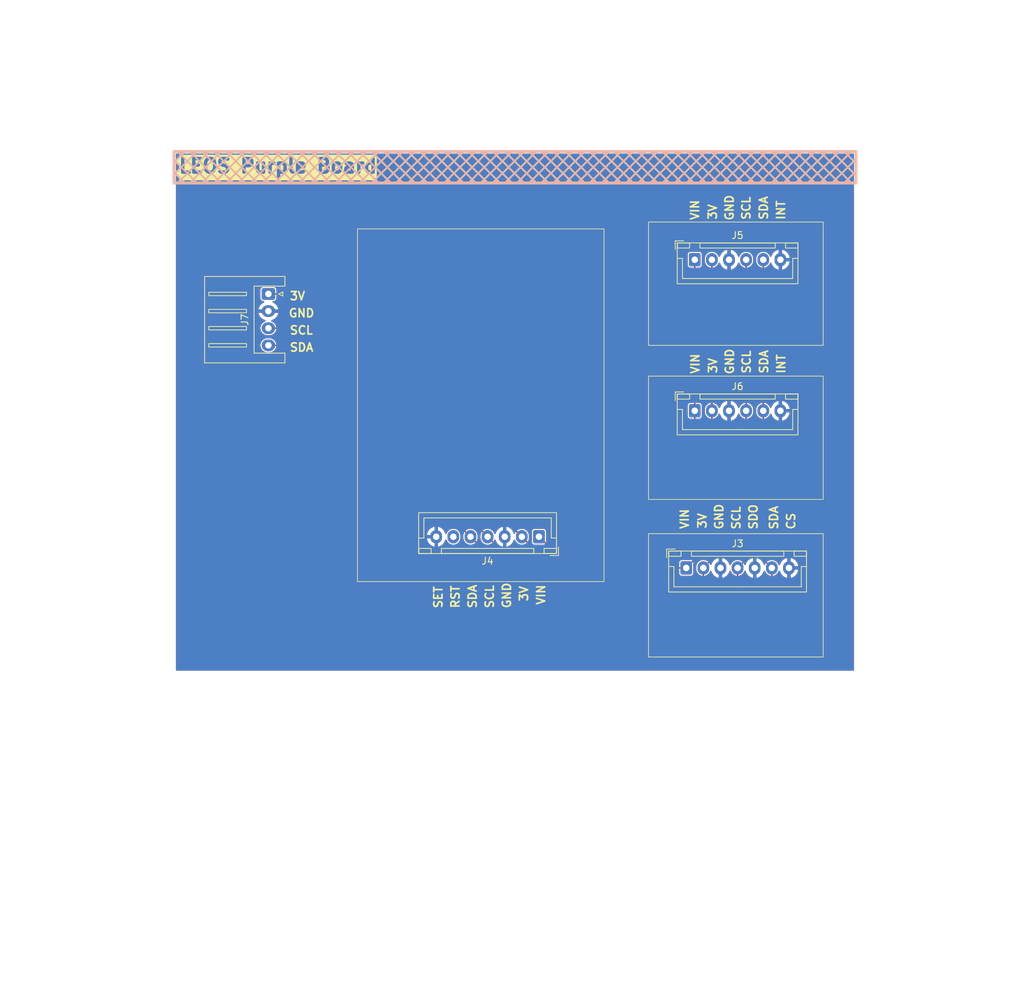
<source format=kicad_pcb>
(kicad_pcb (version 20241229) (generator "pcbnew") (generator_version "9.0")
  (title_block (title "LEOS Stack Template") (date "2025-09-26") (rev "2") (company "Lightning From The Edge of Space"))
  (layers (0 "F.Cu" signal) (2 "B.Cu" signal) (13 "F.Paste" user) (15 "B.Paste" user) (5 "F.SilkS" user "F.Silkscreen") (7 "B.SilkS" user "B.Silkscreen") (1 "F.Mask" user) (3 "B.Mask" user) (25 "Edge.Cuts" user))
  (net 0 "")
  (net 1 "Net-(J3-Pin_4)")
  (net 2 "GND")
  (net 3 "+3.3V")
  (net 4 "Net-(J3-Pin_1)")
  (net 5 "Net-(J3-Pin_6)")
  (footprint "Connector_JST:JST_XH_S4B-XH-A_1x04_P2.50mm_Horizontal" (layer "F.Cu") (at 114 71 -90)
    (property "Reference" "J7" (at 3.75 3.445 270) (layer "F.SilkS"))
    (property "Value" "Conn_01x04_Pin")
    (fp_line (start -2.56 9.31) (end -2.56 -2.41) (stroke (width 0.12)) (layer "F.SilkS"))
    (fp_line (start 3.75 9.31) (end -2.56 9.31) (stroke (width 0.12)) (layer "F.SilkS"))
    (fp_line (start 3.75 9.31) (end 10.06 9.31) (stroke (width 0.12)) (layer "F.SilkS"))
    (fp_line (start 10.06 9.31) (end 10.06 -2.41) (stroke (width 0.12)) (layer "F.SilkS"))
    (fp_line (start -1.14 2.09) (end 3.75 2.09) (stroke (width 0.12)) (layer "F.SilkS"))
    (fp_line (start 8.64 2.09) (end 3.75 2.09) (stroke (width 0.12)) (layer "F.SilkS"))
    (fp_line (start 0 -1.5) (end -0.3 -2.1) (stroke (width 0.12)) (layer "F.SilkS"))
    (fp_line (start -0.3 -2.1) (end 0.3 -2.1) (stroke (width 0.12)) (layer "F.SilkS"))
    (fp_line (start 0.3 -2.1) (end 0 -1.5) (stroke (width 0.12)) (layer "F.SilkS"))
    (fp_line (start -2.56 -2.41) (end -1.14 -2.41) (stroke (width 0.12)) (layer "F.SilkS"))
    (fp_line (start -1.14 -2.41) (end -1.14 2.09) (stroke (width 0.12)) (layer "F.SilkS"))
    (fp_line (start 8.64 -2.41) (end 8.64 2.09) (stroke (width 0.12)) (layer "F.SilkS"))
    (fp_line (start 10.06 -2.41) (end 8.64 -2.41) (stroke (width 0.12)) (layer "F.SilkS"))
    (fp_rect (start -0.25 3.2) (end 0.25 8.7) (stroke (width 0.12)) (fill no) (layer "F.SilkS"))
    (fp_rect (start 2.25 3.2) (end 2.75 8.7) (stroke (width 0.12)) (fill no) (layer "F.SilkS"))
    (fp_rect (start 4.75 3.2) (end 5.25 8.7) (stroke (width 0.12)) (fill no) (layer "F.SilkS"))
    (fp_rect (start 7.25 3.2) (end 7.75 8.7) (stroke (width 0.12)) (fill no) (layer "F.SilkS"))
    (pad "1" thru_hole roundrect (at 0 0 270) (size 1.7 1.95) (drill 0.95) (layers "*.Cu" "*.Mask") (roundrect_rratio 0.147059) (net 3 "+3.3V"))
    (pad "2" thru_hole oval (at 2.5 0 270) (size 1.7 1.95) (drill 0.95) (layers "*.Cu" "*.Mask") (net 2 "GND"))
    (pad "3" thru_hole oval (at 5 0 270) (size 1.7 1.95) (drill 0.95) (layers "*.Cu" "*.Mask") (net 1 "Net-(J3-Pin_4)"))
    (pad "4" thru_hole oval (at 7.5 0 270) (size 1.7 1.95) (drill 0.95) (layers "*.Cu" "*.Mask") (net 5 "Net-(J3-Pin_6)"))
  )
  (footprint "Connector_JST:JST_XH_B7B-XH-A_1x07_P2.50mm_Vertical" (layer "F.Cu") (at 175 111)
    (property "Reference" "J3" (at 7.5 -3.55 0) (layer "F.SilkS"))
    (property "Value" "Conn_01x07_Socket")
    (fp_line (start -2.85 -2.75) (end -2.85 -1.5) (stroke (width 0.12)) (layer "F.SilkS"))
    (fp_line (start -2.55 -0.2) (end -1.8 -0.2) (stroke (width 0.12)) (layer "F.SilkS"))
    (fp_line (start -1.8 -0.2) (end -1.8 2.75) (stroke (width 0.12)) (layer "F.SilkS"))
    (fp_line (start -1.8 2.75) (end 7.5 2.75) (stroke (width 0.12)) (layer "F.SilkS"))
    (fp_line (start -1.6 -2.75) (end -2.85 -2.75) (stroke (width 0.12)) (layer "F.SilkS"))
    (fp_line (start 16.8 -0.2) (end 16.8 2.75) (stroke (width 0.12)) (layer "F.SilkS"))
    (fp_line (start 16.8 2.75) (end 7.5 2.75) (stroke (width 0.12)) (layer "F.SilkS"))
    (fp_line (start 17.55 -0.2) (end 16.8 -0.2) (stroke (width 0.12)) (layer "F.SilkS"))
    (fp_rect (start -2.56 -2.46) (end 17.56 3.51) (stroke (width 0.12)) (fill no) (layer "F.SilkS"))
    (fp_rect (start -2.55 -2.45) (end -0.75 -1.7) (stroke (width 0.12)) (fill no) (layer "F.SilkS"))
    (fp_rect (start 0.75 -2.45) (end 14.25 -1.7) (stroke (width 0.12)) (fill no) (layer "F.SilkS"))
    (fp_rect (start 15.75 -2.45) (end 17.55 -1.7) (stroke (width 0.12)) (fill no) (layer "F.SilkS"))
    (pad "1" thru_hole roundrect (at 0 0) (size 1.7 1.95) (drill 0.95) (layers "*.Cu" "*.Mask") (roundrect_rratio 0.147059) (net 4 "Net-(J3-Pin_1)"))
    (pad "2" thru_hole oval (at 2.5 0) (size 1.7 1.95) (drill 0.95) (layers "*.Cu" "*.Mask") (net 3 "+3.3V"))
    (pad "3" thru_hole oval (at 5 0) (size 1.7 1.95) (drill 0.95) (layers "*.Cu" "*.Mask") (net 2 "GND"))
    (pad "4" thru_hole oval (at 7.5 0) (size 1.7 1.95) (drill 0.95) (layers "*.Cu" "*.Mask") (net 1 "Net-(J3-Pin_4)"))
    (pad "5" thru_hole oval (at 10 0) (size 1.7 1.95) (drill 0.95) (layers "*.Cu" "*.Mask") (net 2 "GND"))
    (pad "6" thru_hole oval (at 12.5 0) (size 1.7 1.95) (drill 0.95) (layers "*.Cu" "*.Mask") (net 5 "Net-(J3-Pin_6)"))
    (pad "7" thru_hole oval (at 15 0) (size 1.7 1.95) (drill 0.95) (layers "*.Cu" "*.Mask") (net 2 "GND"))
  )
  (footprint "Connector_JST:JST_XH_B6B-XH-A_1x06_P2.50mm_Vertical" (layer "F.Cu") (at 176.25 66)
    (property "Reference" "J5" (at 6.25 -3.55 0) (layer "F.SilkS"))
    (property "Value" "Conn_01x06_Socket")
    (fp_line (start -2.85 -2.75) (end -2.85 -1.5) (stroke (width 0.12)) (layer "F.SilkS"))
    (fp_line (start -2.55 -0.2) (end -1.8 -0.2) (stroke (width 0.12)) (layer "F.SilkS"))
    (fp_line (start -1.8 -0.2) (end -1.8 2.75) (stroke (width 0.12)) (layer "F.SilkS"))
    (fp_line (start -1.8 2.75) (end 6.25 2.75) (stroke (width 0.12)) (layer "F.SilkS"))
    (fp_line (start -1.6 -2.75) (end -2.85 -2.75) (stroke (width 0.12)) (layer "F.SilkS"))
    (fp_line (start 14.3 -0.2) (end 14.3 2.75) (stroke (width 0.12)) (layer "F.SilkS"))
    (fp_line (start 14.3 2.75) (end 6.25 2.75) (stroke (width 0.12)) (layer "F.SilkS"))
    (fp_line (start 15.05 -0.2) (end 14.3 -0.2) (stroke (width 0.12)) (layer "F.SilkS"))
    (fp_rect (start -2.56 -2.46) (end 15.06 3.51) (stroke (width 0.12)) (fill no) (layer "F.SilkS"))
    (fp_rect (start -2.55 -2.45) (end -0.75 -1.7) (stroke (width 0.12)) (fill no) (layer "F.SilkS"))
    (fp_rect (start 0.75 -2.45) (end 11.75 -1.7) (stroke (width 0.12)) (fill no) (layer "F.SilkS"))
    (fp_rect (start 13.25 -2.45) (end 15.05 -1.7) (stroke (width 0.12)) (fill no) (layer "F.SilkS"))
    (pad "1" thru_hole roundrect (at 0 0) (size 1.7 1.95) (drill 0.95) (layers "*.Cu" "*.Mask") (roundrect_rratio 0.147059) (net 4 "Net-(J3-Pin_1)"))
    (pad "2" thru_hole oval (at 2.5 0) (size 1.7 1.95) (drill 0.95) (layers "*.Cu" "*.Mask") (net 3 "+3.3V"))
    (pad "3" thru_hole oval (at 5 0) (size 1.7 1.95) (drill 0.95) (layers "*.Cu" "*.Mask") (net 2 "GND"))
    (pad "4" thru_hole oval (at 7.5 0) (size 1.7 1.95) (drill 0.95) (layers "*.Cu" "*.Mask") (net 1 "Net-(J3-Pin_4)"))
    (pad "5" thru_hole oval (at 10 0) (size 1.7 1.95) (drill 0.95) (layers "*.Cu" "*.Mask") (net 5 "Net-(J3-Pin_6)"))
    (pad "6" thru_hole oval (at 12.5 0) (size 1.7 1.95) (drill 0.95) (layers "*.Cu" "*.Mask") (net 2 "GND"))
  )
  (footprint "Connector_JST:JST_XH_B7B-XH-A_1x07_P2.50mm_Vertical" (layer "F.Cu") (at 153.5 106.445 180)
    (property "Reference" "J4" (at 7.5 -3.55 180) (layer "F.SilkS"))
    (property "Value" "Conn_01x07_Socket")
    (fp_line (start 17.55 -0.2) (end 16.8 -0.2) (stroke (width 0.12)) (layer "F.SilkS"))
    (fp_line (start 16.8 2.75) (end 7.5 2.75) (stroke (width 0.12)) (layer "F.SilkS"))
    (fp_line (start 16.8 -0.2) (end 16.8 2.75) (stroke (width 0.12)) (layer "F.SilkS"))
    (fp_line (start -1.6 -2.75) (end -2.85 -2.75) (stroke (width 0.12)) (layer "F.SilkS"))
    (fp_line (start -1.8 2.75) (end 7.5 2.75) (stroke (width 0.12)) (layer "F.SilkS"))
    (fp_line (start -1.8 -0.2) (end -1.8 2.75) (stroke (width 0.12)) (layer "F.SilkS"))
    (fp_line (start -2.55 -0.2) (end -1.8 -0.2) (stroke (width 0.12)) (layer "F.SilkS"))
    (fp_line (start -2.85 -2.75) (end -2.85 -1.5) (stroke (width 0.12)) (layer "F.SilkS"))
    (fp_rect (start 15.75 -2.45) (end 17.55 -1.7) (stroke (width 0.12)) (fill no) (layer "F.SilkS"))
    (fp_rect (start 0.75 -2.45) (end 14.25 -1.7) (stroke (width 0.12)) (fill no) (layer "F.SilkS"))
    (fp_rect (start -2.55 -2.45) (end -0.75 -1.7) (stroke (width 0.12)) (fill no) (layer "F.SilkS"))
    (fp_rect (start -2.56 -2.46) (end 17.56 3.51) (stroke (width 0.12)) (fill no) (layer "F.SilkS"))
    (pad "1" thru_hole roundrect (at 0 0 180) (size 1.7 1.95) (drill 0.95) (layers "*.Cu" "*.Mask") (roundrect_rratio 0.147059) (net 4 "Net-(J3-Pin_1)"))
    (pad "2" thru_hole oval (at 2.5 0 180) (size 1.7 1.95) (drill 0.95) (layers "*.Cu" "*.Mask") (net 3 "+3.3V"))
    (pad "3" thru_hole oval (at 5 0 180) (size 1.7 1.95) (drill 0.95) (layers "*.Cu" "*.Mask") (net 2 "GND"))
    (pad "4" thru_hole oval (at 7.5 0 180) (size 1.7 1.95) (drill 0.95) (layers "*.Cu" "*.Mask") (net 1 "Net-(J3-Pin_4)"))
    (pad "5" thru_hole oval (at 10 0 180) (size 1.7 1.95) (drill 0.95) (layers "*.Cu" "*.Mask") (net 5 "Net-(J3-Pin_6)"))
    (pad "6" thru_hole oval (at 12.5 0 180) (size 1.7 1.95) (drill 0.95) (layers "*.Cu" "*.Mask"))
    (pad "7" thru_hole oval (at 15 0 180) (size 1.7 1.95) (drill 0.95) (layers "*.Cu" "*.Mask") (net 2 "GND"))
  )
  (footprint "Connector_JST:JST_XH_B6B-XH-A_1x06_P2.50mm_Vertical" (layer "F.Cu") (at 176.25 88.055)
    (property "Reference" "J6" (at 6.25 -3.55 0) (layer "F.SilkS"))
    (property "Value" "Conn_01x06_Socket")
    (fp_line (start -2.85 -2.75) (end -2.85 -1.5) (stroke (width 0.12)) (layer "F.SilkS"))
    (fp_line (start -2.55 -0.2) (end -1.8 -0.2) (stroke (width 0.12)) (layer "F.SilkS"))
    (fp_line (start -1.8 -0.2) (end -1.8 2.75) (stroke (width 0.12)) (layer "F.SilkS"))
    (fp_line (start -1.8 2.75) (end 6.25 2.75) (stroke (width 0.12)) (layer "F.SilkS"))
    (fp_line (start -1.6 -2.75) (end -2.85 -2.75) (stroke (width 0.12)) (layer "F.SilkS"))
    (fp_line (start 14.3 -0.2) (end 14.3 2.75) (stroke (width 0.12)) (layer "F.SilkS"))
    (fp_line (start 14.3 2.75) (end 6.25 2.75) (stroke (width 0.12)) (layer "F.SilkS"))
    (fp_line (start 15.05 -0.2) (end 14.3 -0.2) (stroke (width 0.12)) (layer "F.SilkS"))
    (fp_rect (start -2.56 -2.46) (end 15.06 3.51) (stroke (width 0.12)) (fill no) (layer "F.SilkS"))
    (fp_rect (start -2.55 -2.45) (end -0.75 -1.7) (stroke (width 0.12)) (fill no) (layer "F.SilkS"))
    (fp_rect (start 0.75 -2.45) (end 11.75 -1.7) (stroke (width 0.12)) (fill no) (layer "F.SilkS"))
    (fp_rect (start 13.25 -2.45) (end 15.05 -1.7) (stroke (width 0.12)) (fill no) (layer "F.SilkS"))
    (pad "1" thru_hole roundrect (at 0 0) (size 1.7 1.95) (drill 0.95) (layers "*.Cu" "*.Mask") (roundrect_rratio 0.147059) (net 4 "Net-(J3-Pin_1)"))
    (pad "2" thru_hole oval (at 2.5 0) (size 1.7 1.95) (drill 0.95) (layers "*.Cu" "*.Mask") (net 3 "+3.3V"))
    (pad "3" thru_hole oval (at 5 0) (size 1.7 1.95) (drill 0.95) (layers "*.Cu" "*.Mask") (net 2 "GND"))
    (pad "4" thru_hole oval (at 7.5 0) (size 1.7 1.95) (drill 0.95) (layers "*.Cu" "*.Mask") (net 1 "Net-(J3-Pin_4)"))
    (pad "5" thru_hole oval (at 10 0) (size 1.7 1.95) (drill 0.95) (layers "*.Cu" "*.Mask") (net 5 "Net-(J3-Pin_6)"))
    (pad "6" thru_hole oval (at 12.5 0) (size 1.7 1.95) (drill 0.95) (layers "*.Cu" "*.Mask") (net 2 "GND"))
  )
  (gr_rect (start 127 61.5) (end 163 113) (stroke (width 0.1)) (fill no) (layer "F.SilkS"))
  (gr_rect (start 169.5 106) (end 195 124) (stroke (width 0.1)) (fill no) (layer "F.SilkS"))
  (gr_rect (start 169.5 83) (end 195 101) (stroke (width 0.1)) (fill no) (layer "F.SilkS"))
  (gr_rect (start 169.5 60.5) (end 195 78.5) (stroke (width 0.1)) (fill no) (layer "F.SilkS"))
  (gr_rect (start 100 50) (end 200 126.5) (stroke (width 0.00001)) (fill no) (layer "Edge.Cuts"))
  (gr_text "3V" (at 179.601679 82.708595 90) (layer "F.SilkS") (effects (font (size 1.2 1.2) (thickness 0.24) (bold yes)) (justify left bottom)))
  (gr_text "SDA" (at 187.009434 60.286163 90) (layer "F.SilkS") (effects (font (size 1.2 1.2) (thickness 0.24) (bold yes)) (justify left bottom)))
  (gr_text "VIN" (at 154.5 116.5 90) (layer "F.SilkS") (effects (font (size 1.2 1.2) (thickness 0.24) (bold yes)) (justify left bottom)))
  (gr_text "GND" (at 182.050317 82.842767 90) (layer "F.SilkS") (effects (font (size 1.2 1.2) (thickness 0.24) (bold yes)) (justify left bottom)))
  (gr_text "SCL" (at 184.498954 82.742138 90) (layer "F.SilkS") (effects (font (size 1.2 1.2) (thickness 0.24) (bold yes)) (justify left bottom)))
  (gr_text "LEOS Purple Board" (at 115.389904 52.31319 0) (layer "F.SilkS" knockout) (effects (font (size 2 2) (thickness 0.5) (bold yes))))
  (gr_text "VIN" (at 176.980083 60.319706 90) (layer "F.SilkS") (effects (font (size 1.2 1.2) (thickness 0.24) (bold yes)) (justify left bottom)))
  (gr_text "3V" (at 152 116 90) (layer "F.SilkS") (effects (font (size 1.2 1.2) (thickness 0.24) (bold yes)) (justify left bottom)))
  (gr_text "VIN" (at 177.01887 82.775681 90) (layer "F.SilkS") (effects (font (size 1.2 1.2) (thickness 0.24) (bold yes)) (justify left bottom)))
  (gr_text "GND" (at 180.5 105.5 90) (layer "F.SilkS") (effects (font (size 1.2 1.2) (thickness 0.24) (bold yes)) (justify left bottom)))
  (gr_text "3V" (at 178.051362 105.365828 90) (layer "F.SilkS") (effects (font (size 1.2 1.2) (thickness 0.24) (bold yes)) (justify left bottom)))
  (gr_text "SDA" (at 187.048221 82.742138 90) (layer "F.SilkS") (effects (font (size 1.2 1.2) (thickness 0.24) (bold yes)) (justify left bottom)))
  (gr_text "SDA" (at 144.5 117 90) (layer "F.SilkS") (effects (font (size 1.2 1.2) (thickness 0.24) (bold yes)) (justify left bottom)))
  (gr_text "CS" (at 191 105.5 90) (layer "F.SilkS") (effects (font (size 1.2 1.2) (thickness 0.24) (bold yes)) (justify left bottom)))
  (gr_text "SET" (at 139.5 117 90) (layer "F.SilkS") (effects (font (size 1.2 1.2) (thickness 0.24) (bold yes)) (justify left bottom)))
  (gr_text "GND" (at 149.5 117 90) (layer "F.SilkS") (effects (font (size 1.2 1.2) (thickness 0.24) (bold yes)) (justify left bottom)))
  (gr_text "SDA" (at 188.5 105.5 90) (layer "F.SilkS") (effects (font (size 1.2 1.2) (thickness 0.24) (bold yes)) (justify left bottom)))
  (gr_text "SDA" (at 117 79.5 0) (layer "F.SilkS") (effects (font (size 1.2 1.2) (thickness 0.24) (bold yes)) (justify left bottom)))
  (gr_text "GND" (at 116.8522 74.5 0) (layer "F.SilkS") (effects (font (size 1.2 1.2) (thickness 0.24) (bold yes)) (justify left bottom)))
  (gr_text "SCL" (at 184.460167 60.286163 90) (layer "F.SilkS") (effects (font (size 1.2 1.2) (thickness 0.24) (bold yes)) (justify left bottom)))
  (gr_text "SCL" (at 147 117 90) (layer "F.SilkS") (effects (font (size 1.2 1.2) (thickness 0.24) (bold yes)) (justify left bottom)))
  (gr_text "INT" (at 189.563944 82.742138 90) (layer "F.SilkS") (effects (font (size 1.2 1.2) (thickness 0.24) (bold yes)) (justify left bottom)))
  (gr_text "SDO" (at 185.5 105.5 90) (layer "F.SilkS") (effects (font (size 1.2 1.2) (thickness 0.24) (bold yes)) (justify left bottom)))
  (gr_text "RST" (at 142 117 90) (layer "F.SilkS") (effects (font (size 1.2 1.2) (thickness 0.24) (bold yes)) (justify left bottom)))
  (gr_text "SCL" (at 183 105.5 90) (layer "F.SilkS") (effects (font (size 1.2 1.2) (thickness 0.24) (bold yes)) (justify left bottom)))
  (gr_text "INT" (at 189.525157 60.286163 90) (layer "F.SilkS") (effects (font (size 1.2 1.2) (thickness 0.24) (bold yes)) (justify left bottom)))
  (gr_text "3V" (at 117 72 0) (layer "F.SilkS") (effects (font (size 1.2 1.2) (thickness 0.24) (bold yes)) (justify left bottom)))
  (gr_text "3V" (at 179.562892 60.25262 90) (layer "F.SilkS") (effects (font (size 1.2 1.2) (thickness 0.24) (bold yes)) (justify left bottom)))
  (gr_text "GND" (at 182.01153 60.386792 90) (layer "F.SilkS") (effects (font (size 1.2 1.2) (thickness 0.24) (bold yes)) (justify left bottom)))
  (gr_text "VIN" (at 175.468553 105.432914 90) (layer "F.SilkS") (effects (font (size 1.2 1.2) (thickness 0.24) (bold yes)) (justify left bottom)))
  (gr_text "SCL" (at 117 77 0) (layer "F.SilkS") (effects (font (size 1.2 1.2) (thickness 0.24) (bold yes)) (justify left bottom)))
  (segment (start 182.5 114.244753) (end 182.5 111) (width 0.2) (layer "F.Cu") (net 1))
  (segment (start 153.799753 114.244753) (end 182.5 114.244753) (width 0.2) (layer "F.Cu") (net 1))
  (segment (start 183.75 109.75) (end 182.5 111) (width 0.2) (layer "F.Cu") (net 1))
  (segment (start 146 106.445) (end 153.799753 114.244753) (width 0.2) (layer "F.Cu") (net 1))
  (segment (start 115.555 76) (end 146 106.445) (width 0.2) (layer "F.Cu") (net 1))
  (segment (start 183.75 88.055) (end 183.75 109.75) (width 0.2) (layer "F.Cu") (net 1))
  (segment (start 183.75 66) (end 183.75 88.055) (width 0.2) (layer "F.Cu") (net 1))
  (segment (start 114 76) (end 115.555 76) (width 0.2) (layer "F.Cu") (net 1))
  (segment (start 178.75 109.75) (end 177.5 111) (width 0.2) (layer "F.Cu") (net 3))
  (segment (start 151 106.445) (end 157.555 113) (width 0.2) (layer "F.Cu") (net 3))
  (segment (start 115.555 71) (end 151 106.445) (width 0.2) (layer "F.Cu") (net 3))
  (segment (start 178.75 88.055) (end 178.75 109.75) (width 0.2) (layer "F.Cu") (net 3))
  (segment (start 177.5 113) (end 177.5 111) (width 0.2) (layer "F.Cu") (net 3))
  (segment (start 178.75 66) (end 178.75 88.055) (width 0.2) (layer "F.Cu") (net 3))
  (segment (start 157.555 113) (end 177.5 113) (width 0.2) (layer "F.Cu") (net 3))
  (segment (start 114 71) (end 115.555 71) (width 0.2) (layer "F.Cu") (net 3))
  (segment (start 176.25 88.055) (end 176.25 109.75) (width 0.2) (layer "F.Cu") (net 4))
  (segment (start 176.25 109.75) (end 175 111) (width 0.2) (layer "F.Cu") (net 4))
  (segment (start 175 111) (end 158.055 111) (width 0.2) (layer "F.Cu") (net 4))
  (segment (start 158.055 111) (end 153.5 106.445) (width 0.2) (layer "F.Cu") (net 4))
  (segment (start 176.25 66) (end 176.25 88.055) (width 0.2) (layer "F.Cu") (net 4))
  (segment (start 115.555 78.5) (end 143.5 106.445) (width 0.2) (layer "F.Cu") (net 5))
  (segment (start 114 78.5) (end 115.555 78.5) (width 0.2) (layer "F.Cu") (net 5))
  (segment (start 187.5 115.18932) (end 187.5 111) (width 0.2) (layer "F.Cu") (net 5))
  (segment (start 186.25 88.055) (end 186.25 109.75) (width 0.2) (layer "F.Cu") (net 5))
  (segment (start 186.25 109.75) (end 187.5 111) (width 0.2) (layer "F.Cu") (net 5))
  (segment (start 143.5 106.445) (end 152.24432 115.18932) (width 0.2) (layer "F.Cu") (net 5))
  (segment (start 152.24432 115.18932) (end 187.5 115.18932) (width 0.2) (layer "F.Cu") (net 5))
  (segment (start 186.25 66) (end 186.25 88.055) (width 0.2) (layer "F.Cu") (net 5))
  (zone (net 2) (net_name "GND") (layers "F.Cu" "B.Cu") (connect_pads (clearance 0)) (min_thickness 0.25) (fill yes (thermal_gap 0.5) (thermal_bridge_width 0.5))
    (polygon (pts (xy 100 50) (xy 200 50.5) (xy 200 126.5) (xy 100 126.5)))
  )
  (zone (net 0) (net_name "") (layers "*.SilkS") (connect_pads (clearance 0)) (min_thickness 0.25) (fill yes (mode hatch) (thermal_gap 0.5) (thermal_bridge_width 0.5) (hatch_thickness 0.25) (hatch_gap 1) (hatch_orientation 45) (hatch_border_algorithm hatch_thickness) (hatch_min_hole_area 0.3))
    (polygon (pts (xy 200 50) (xy 200 55) (xy 100 55) (xy 100 50)))
  )
)
</source>
